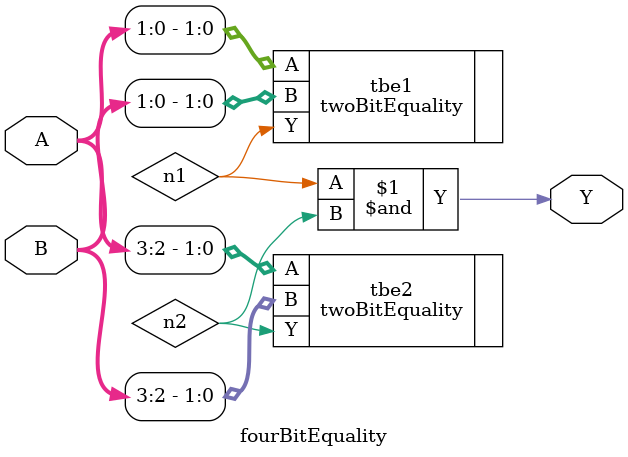
<source format=v>
`timescale 1ns / 1ps


module fourBitEquality(
    input [3:0] A,
    input [3:0] B,
    output Y
);

wire n1;
wire n2;

    twoBitEquality tbe1 (.A(A[1:0]), .B(B[1:0]), .Y(n1));
    twoBitEquality tbe2 (.A(A[3:2]), .B(B[3:2]), .Y(n2));

and(Y,n1,n2);

endmodule

</source>
